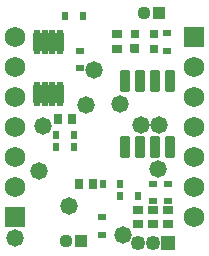
<source format=gts>
G04*
G04 #@! TF.GenerationSoftware,Altium Limited,Altium Designer,22.2.1 (43)*
G04*
G04 Layer_Color=8388736*
%FSLAX44Y44*%
%MOMM*%
G71*
G04*
G04 #@! TF.SameCoordinates,1728C203-2672-44AB-99B5-9D0C7A82A750*
G04*
G04*
G04 #@! TF.FilePolarity,Negative*
G04*
G01*
G75*
%ADD15R,0.5000X0.8000*%
%ADD16R,0.9000X0.7500*%
%ADD17R,0.8000X0.5000*%
%ADD20R,0.7500X0.9000*%
%ADD21R,0.7000X0.8000*%
%ADD22C,0.6300*%
%ADD23O,0.6532X2.1032*%
G04:AMPARAMS|DCode=24|XSize=0.8532mm|YSize=1.8532mm|CornerRadius=0.1504mm|HoleSize=0mm|Usage=FLASHONLY|Rotation=0.000|XOffset=0mm|YOffset=0mm|HoleType=Round|Shape=RoundedRectangle|*
%AMROUNDEDRECTD24*
21,1,0.8532,1.5525,0,0,0.0*
21,1,0.5525,1.8532,0,0,0.0*
1,1,0.3007,0.2763,-0.7763*
1,1,0.3007,-0.2763,-0.7763*
1,1,0.3007,-0.2763,0.7763*
1,1,0.3007,0.2763,0.7763*
%
%ADD24ROUNDEDRECTD24*%
%ADD25C,1.7532*%
%ADD26R,1.7532X1.7532*%
%ADD27R,1.1200X1.1200*%
%ADD28C,1.1200*%
%ADD29C,1.2532*%
%ADD30R,1.2532X1.2532*%
%ADD31C,1.4732*%
G36*
X117800Y167015D02*
X112100D01*
X110800Y168315D01*
Y175015D01*
X117800D01*
Y167015D01*
D02*
G37*
D15*
X47865Y88265D02*
D03*
X62865D02*
D03*
X47745Y98425D02*
D03*
X62745D02*
D03*
X102235Y46355D02*
D03*
X117235D02*
D03*
X87235Y56515D02*
D03*
X102235D02*
D03*
X55485Y198755D02*
D03*
X70485D02*
D03*
D16*
X99695Y183165D02*
D03*
Y171165D02*
D03*
X142875Y34860D02*
D03*
Y22860D02*
D03*
X130175Y34860D02*
D03*
Y22860D02*
D03*
X117475D02*
D03*
Y34860D02*
D03*
D17*
X67945Y169425D02*
D03*
Y154425D02*
D03*
X86360Y13575D02*
D03*
Y28575D02*
D03*
X130175Y56910D02*
D03*
Y41910D02*
D03*
X142010Y184305D02*
D03*
Y169305D02*
D03*
X142875Y56910D02*
D03*
Y41910D02*
D03*
D20*
X79375Y56515D02*
D03*
X67375D02*
D03*
X61245Y111760D02*
D03*
X49245D02*
D03*
D21*
X114300Y183515D02*
D03*
X130800D02*
D03*
Y171015D02*
D03*
D22*
X114300D02*
D03*
D23*
X51100Y176530D02*
D03*
X44600D02*
D03*
X38100D02*
D03*
X31600D02*
D03*
X51100Y132530D02*
D03*
X44600D02*
D03*
X38100D02*
D03*
X31600D02*
D03*
D24*
X144145Y144145D02*
D03*
X131445D02*
D03*
X118745D02*
D03*
X106045D02*
D03*
X144145Y87645D02*
D03*
X131445D02*
D03*
X118745D02*
D03*
X106045D02*
D03*
D25*
X13335Y180975D02*
D03*
Y155575D02*
D03*
Y130175D02*
D03*
Y104775D02*
D03*
Y79375D02*
D03*
Y53975D02*
D03*
X164440Y155575D02*
D03*
Y130175D02*
D03*
Y104775D02*
D03*
Y79375D02*
D03*
Y53975D02*
D03*
Y28575D02*
D03*
D26*
X13335Y28575D02*
D03*
X164440Y180975D02*
D03*
D27*
X68580Y8255D02*
D03*
X134620Y201295D02*
D03*
D28*
X55880Y8255D02*
D03*
X121920Y201295D02*
D03*
D29*
X117475Y6985D02*
D03*
X130175D02*
D03*
D30*
X142875D02*
D03*
D31*
X133985Y69215D02*
D03*
X80126Y152678D02*
D03*
X59055Y38137D02*
D03*
X104818Y13289D02*
D03*
X12700Y10795D02*
D03*
X134620Y106680D02*
D03*
X119380D02*
D03*
X102014Y124331D02*
D03*
X73025Y123190D02*
D03*
X33655Y67945D02*
D03*
X36475Y105535D02*
D03*
M02*

</source>
